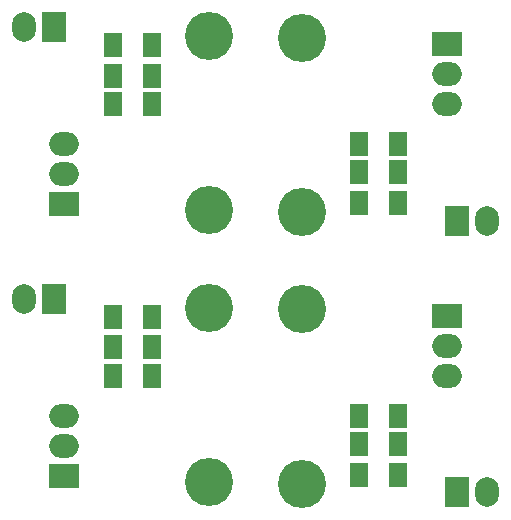
<source format=gbs>
G04 (created by PCBNEW (2013-may-18)-stable) date Сб 21 ноя 2015 22:02:29*
%MOIN*%
G04 Gerber Fmt 3.4, Leading zero omitted, Abs format*
%FSLAX34Y34*%
G01*
G70*
G90*
G04 APERTURE LIST*
%ADD10C,0.00590551*%
%ADD11C,0.16*%
%ADD12R,0.0787402X0.0984252*%
%ADD13O,0.0787402X0.0984252*%
%ADD14R,0.0984252X0.0787402*%
%ADD15O,0.0984252X0.0787402*%
%ADD16R,0.06X0.08*%
G04 APERTURE END LIST*
G54D10*
G54D11*
X36761Y-24360D03*
X36761Y-30167D03*
G54D12*
X41931Y-30462D03*
G54D13*
X42931Y-30462D03*
G54D14*
X41604Y-24580D03*
G54D15*
X41604Y-25580D03*
X41604Y-26580D03*
G54D16*
X39970Y-29872D03*
X38670Y-29872D03*
X39970Y-28848D03*
X38670Y-28848D03*
X39970Y-27903D03*
X38670Y-27903D03*
X39970Y-18848D03*
X38670Y-18848D03*
X39970Y-19793D03*
X38670Y-19793D03*
X39970Y-20816D03*
X38670Y-20816D03*
G54D14*
X41604Y-15525D03*
G54D15*
X41604Y-16525D03*
X41604Y-17525D03*
G54D12*
X41931Y-21407D03*
G54D13*
X42931Y-21407D03*
G54D11*
X36761Y-21112D03*
X36761Y-15305D03*
X33661Y-30118D03*
X33661Y-24311D03*
G54D12*
X28492Y-24015D03*
G54D13*
X27492Y-24015D03*
G54D14*
X28818Y-29897D03*
G54D15*
X28818Y-28897D03*
X28818Y-27897D03*
G54D16*
X30452Y-24606D03*
X31752Y-24606D03*
X30452Y-25629D03*
X31752Y-25629D03*
X30452Y-26574D03*
X31752Y-26574D03*
X30452Y-17519D03*
X31752Y-17519D03*
X30452Y-16574D03*
X31752Y-16574D03*
X30452Y-15551D03*
X31752Y-15551D03*
G54D14*
X28818Y-20842D03*
G54D15*
X28818Y-19842D03*
X28818Y-18842D03*
G54D12*
X28492Y-14960D03*
G54D13*
X27492Y-14960D03*
G54D11*
X33661Y-15255D03*
X33661Y-21062D03*
M02*

</source>
